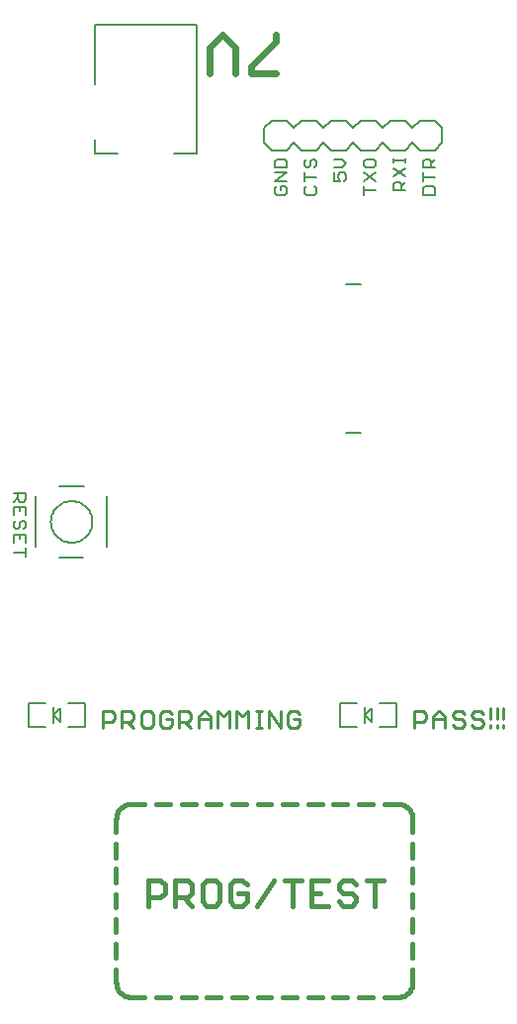
<source format=gto>
G75*
G70*
%OFA0B0*%
%FSLAX24Y24*%
%IPPOS*%
%LPD*%
%AMOC8*
5,1,8,0,0,1.08239X$1,22.5*
%
%ADD10C,0.0230*%
%ADD11C,0.0080*%
%ADD12C,0.0110*%
%ADD13C,0.0150*%
%ADD14C,0.0160*%
D10*
X007316Y032274D02*
X007316Y033121D01*
X007740Y033545D01*
X008164Y033121D01*
X008164Y032274D01*
X008698Y032274D02*
X008698Y032486D01*
X009545Y033333D01*
X009545Y033545D01*
X009545Y032274D02*
X008698Y032274D01*
D11*
X009410Y030660D02*
X009160Y030410D01*
X009160Y029910D01*
X009410Y029660D01*
X009910Y029660D01*
X010160Y029910D01*
X010410Y029660D01*
X010910Y029660D01*
X011160Y029910D01*
X011410Y029660D01*
X011910Y029660D01*
X012160Y029910D01*
X012410Y029660D01*
X012910Y029660D01*
X013160Y029910D01*
X013410Y029660D01*
X013910Y029660D01*
X014160Y029910D01*
X014410Y029660D01*
X014910Y029660D01*
X015160Y029910D01*
X015160Y030410D01*
X014910Y030660D01*
X014410Y030660D01*
X014160Y030410D01*
X013910Y030660D01*
X013410Y030660D01*
X013160Y030410D01*
X012910Y030660D01*
X012410Y030660D01*
X012160Y030410D01*
X011910Y030660D01*
X011410Y030660D01*
X011160Y030410D01*
X010910Y030660D01*
X010410Y030660D01*
X010160Y030410D01*
X009910Y030660D01*
X009410Y030660D01*
X009570Y029370D02*
X009500Y029300D01*
X009500Y029090D01*
X009920Y029090D01*
X009920Y029300D01*
X009850Y029370D01*
X009570Y029370D01*
X009500Y028909D02*
X009920Y028909D01*
X009500Y028629D01*
X009920Y028629D01*
X009850Y028449D02*
X009710Y028449D01*
X009710Y028309D01*
X009850Y028449D02*
X009920Y028379D01*
X009920Y028239D01*
X009850Y028169D01*
X009570Y028169D01*
X009500Y028239D01*
X009500Y028379D01*
X009570Y028449D01*
X010500Y028379D02*
X010500Y028239D01*
X010570Y028169D01*
X010850Y028169D01*
X010920Y028239D01*
X010920Y028379D01*
X010850Y028449D01*
X010570Y028449D02*
X010500Y028379D01*
X010500Y028629D02*
X010500Y028909D01*
X010500Y028769D02*
X010920Y028769D01*
X010850Y029090D02*
X010920Y029160D01*
X010920Y029300D01*
X010850Y029370D01*
X010780Y029370D01*
X010710Y029300D01*
X010710Y029160D01*
X010640Y029090D01*
X010570Y029090D01*
X010500Y029160D01*
X010500Y029300D01*
X010570Y029370D01*
X011500Y029370D02*
X011780Y029370D01*
X011920Y029230D01*
X011780Y029090D01*
X011500Y029090D01*
X011500Y028909D02*
X011500Y028629D01*
X011710Y028629D01*
X011640Y028769D01*
X011640Y028839D01*
X011710Y028909D01*
X011850Y028909D01*
X011920Y028839D01*
X011920Y028699D01*
X011850Y028629D01*
X012500Y028629D02*
X012920Y028909D01*
X012850Y029090D02*
X012920Y029160D01*
X012920Y029300D01*
X012850Y029370D01*
X012570Y029370D01*
X012500Y029300D01*
X012500Y029160D01*
X012570Y029090D01*
X012850Y029090D01*
X012500Y028909D02*
X012920Y028629D01*
X012920Y028309D02*
X012500Y028309D01*
X012500Y028169D02*
X012500Y028449D01*
X013500Y028532D02*
X013500Y028322D01*
X013920Y028322D01*
X013780Y028322D02*
X013780Y028532D01*
X013710Y028603D01*
X013570Y028603D01*
X013500Y028532D01*
X013500Y028783D02*
X013920Y029063D01*
X013920Y029243D02*
X013920Y029383D01*
X013920Y029313D02*
X013500Y029313D01*
X013500Y029243D02*
X013500Y029383D01*
X013500Y029063D02*
X013920Y028783D01*
X013920Y028603D02*
X013780Y028462D01*
X014500Y028379D02*
X014500Y028169D01*
X014920Y028169D01*
X014920Y028379D01*
X014850Y028449D01*
X014570Y028449D01*
X014500Y028379D01*
X014500Y028629D02*
X014500Y028909D01*
X014500Y028769D02*
X014920Y028769D01*
X014920Y029090D02*
X014500Y029090D01*
X014500Y029300D01*
X014570Y029370D01*
X014710Y029370D01*
X014780Y029300D01*
X014780Y029090D01*
X014780Y029230D02*
X014920Y029370D01*
X012410Y025160D02*
X011910Y025160D01*
X011910Y020160D02*
X012410Y020160D01*
X012266Y011054D02*
X011715Y011054D01*
X011715Y010266D01*
X012266Y010266D01*
X012542Y010384D02*
X012542Y010660D01*
X012778Y010896D01*
X012778Y010424D01*
X012542Y010660D01*
X012542Y010936D01*
X013054Y011054D02*
X013605Y011054D01*
X013605Y010266D01*
X013054Y010266D01*
X003860Y016310D02*
X003860Y018010D01*
X003065Y018360D02*
X002260Y018360D01*
X001960Y017160D02*
X001962Y017212D01*
X001968Y017264D01*
X001978Y017316D01*
X001991Y017366D01*
X002008Y017416D01*
X002029Y017464D01*
X002054Y017510D01*
X002082Y017554D01*
X002113Y017596D01*
X002147Y017636D01*
X002184Y017673D01*
X002224Y017707D01*
X002266Y017738D01*
X002310Y017766D01*
X002356Y017791D01*
X002404Y017812D01*
X002454Y017829D01*
X002504Y017842D01*
X002556Y017852D01*
X002608Y017858D01*
X002660Y017860D01*
X002712Y017858D01*
X002764Y017852D01*
X002816Y017842D01*
X002866Y017829D01*
X002916Y017812D01*
X002964Y017791D01*
X003010Y017766D01*
X003054Y017738D01*
X003096Y017707D01*
X003136Y017673D01*
X003173Y017636D01*
X003207Y017596D01*
X003238Y017554D01*
X003266Y017510D01*
X003291Y017464D01*
X003312Y017416D01*
X003329Y017366D01*
X003342Y017316D01*
X003352Y017264D01*
X003358Y017212D01*
X003360Y017160D01*
X003358Y017108D01*
X003352Y017056D01*
X003342Y017004D01*
X003329Y016954D01*
X003312Y016904D01*
X003291Y016856D01*
X003266Y016810D01*
X003238Y016766D01*
X003207Y016724D01*
X003173Y016684D01*
X003136Y016647D01*
X003096Y016613D01*
X003054Y016582D01*
X003010Y016554D01*
X002964Y016529D01*
X002916Y016508D01*
X002866Y016491D01*
X002816Y016478D01*
X002764Y016468D01*
X002712Y016462D01*
X002660Y016460D01*
X002608Y016462D01*
X002556Y016468D01*
X002504Y016478D01*
X002454Y016491D01*
X002404Y016508D01*
X002356Y016529D01*
X002310Y016554D01*
X002266Y016582D01*
X002224Y016613D01*
X002184Y016647D01*
X002147Y016684D01*
X002113Y016724D01*
X002082Y016766D01*
X002054Y016810D01*
X002029Y016856D01*
X002008Y016904D01*
X001991Y016954D01*
X001978Y017004D01*
X001968Y017056D01*
X001962Y017108D01*
X001960Y017160D01*
X001460Y018010D02*
X001460Y016310D01*
X001120Y016278D02*
X001120Y015998D01*
X001120Y016138D02*
X000700Y016138D01*
X000700Y016459D02*
X000700Y016739D01*
X001120Y016739D01*
X001120Y016459D01*
X000910Y016599D02*
X000910Y016739D01*
X000840Y016919D02*
X000770Y016919D01*
X000700Y016989D01*
X000700Y017129D01*
X000770Y017199D01*
X000910Y017129D02*
X000910Y016989D01*
X000840Y016919D01*
X001050Y016919D02*
X001120Y016989D01*
X001120Y017129D01*
X001050Y017199D01*
X000980Y017199D01*
X000910Y017129D01*
X000700Y017379D02*
X000700Y017660D01*
X001120Y017660D01*
X001120Y017379D01*
X000910Y017519D02*
X000910Y017660D01*
X000910Y017840D02*
X000840Y017910D01*
X000840Y018120D01*
X000700Y018120D02*
X001120Y018120D01*
X001120Y017910D01*
X001050Y017840D01*
X000910Y017840D01*
X000840Y017980D02*
X000700Y017840D01*
X002260Y015960D02*
X003053Y015960D01*
X003105Y011054D02*
X002554Y011054D01*
X002278Y010896D02*
X002278Y010424D01*
X002042Y010660D01*
X002278Y010896D01*
X002042Y010936D02*
X002042Y010660D01*
X002042Y010384D01*
X001766Y010266D02*
X001215Y010266D01*
X001215Y011054D01*
X001766Y011054D01*
X002554Y010266D02*
X003105Y010266D01*
X003105Y011054D01*
X003448Y029546D02*
X003448Y030042D01*
X003448Y029546D02*
X004215Y029546D01*
X003448Y031892D02*
X003448Y033879D01*
X006872Y033879D01*
X006872Y029546D01*
X006105Y029546D01*
D12*
X005944Y010806D02*
X005747Y010806D01*
X005649Y010707D01*
X005649Y010313D01*
X005747Y010215D01*
X005944Y010215D01*
X006042Y010313D01*
X006042Y010510D01*
X005845Y010510D01*
X006042Y010707D02*
X005944Y010806D01*
X006293Y010806D02*
X006293Y010215D01*
X006293Y010412D02*
X006588Y010412D01*
X006687Y010510D01*
X006687Y010707D01*
X006588Y010806D01*
X006293Y010806D01*
X006490Y010412D02*
X006687Y010215D01*
X006938Y010215D02*
X006938Y010609D01*
X007135Y010806D01*
X007331Y010609D01*
X007331Y010215D01*
X007331Y010510D02*
X006938Y010510D01*
X007582Y010215D02*
X007582Y010806D01*
X007779Y010609D01*
X007976Y010806D01*
X007976Y010215D01*
X008227Y010215D02*
X008227Y010806D01*
X008424Y010609D01*
X008621Y010806D01*
X008621Y010215D01*
X008871Y010215D02*
X009068Y010215D01*
X008970Y010215D02*
X008970Y010806D01*
X009068Y010806D02*
X008871Y010806D01*
X009301Y010806D02*
X009301Y010215D01*
X009695Y010215D02*
X009301Y010806D01*
X009695Y010806D02*
X009695Y010215D01*
X009946Y010313D02*
X010044Y010215D01*
X010241Y010215D01*
X010339Y010313D01*
X010339Y010510D01*
X010142Y010510D01*
X009946Y010707D02*
X009946Y010313D01*
X009946Y010707D02*
X010044Y010806D01*
X010241Y010806D01*
X010339Y010707D01*
X014215Y010806D02*
X014215Y010215D01*
X014215Y010412D02*
X014510Y010412D01*
X014609Y010510D01*
X014609Y010707D01*
X014510Y010806D01*
X014215Y010806D01*
X014860Y010609D02*
X014860Y010215D01*
X014860Y010510D02*
X015253Y010510D01*
X015253Y010609D02*
X015253Y010215D01*
X015504Y010313D02*
X015603Y010215D01*
X015799Y010215D01*
X015898Y010313D01*
X015898Y010412D01*
X015799Y010510D01*
X015603Y010510D01*
X015504Y010609D01*
X015504Y010707D01*
X015603Y010806D01*
X015799Y010806D01*
X015898Y010707D01*
X016149Y010707D02*
X016149Y010609D01*
X016247Y010510D01*
X016444Y010510D01*
X016542Y010412D01*
X016542Y010313D01*
X016444Y010215D01*
X016247Y010215D01*
X016149Y010313D01*
X016149Y010707D02*
X016247Y010806D01*
X016444Y010806D01*
X016542Y010707D01*
X016793Y010904D02*
X016793Y010510D01*
X016793Y010313D02*
X016793Y010215D01*
X017008Y010215D02*
X017008Y010313D01*
X017008Y010510D02*
X017008Y010904D01*
X017223Y010904D02*
X017223Y010510D01*
X017223Y010313D02*
X017223Y010215D01*
X015253Y010609D02*
X015056Y010806D01*
X014860Y010609D01*
X005398Y010707D02*
X005398Y010313D01*
X005299Y010215D01*
X005103Y010215D01*
X005004Y010313D01*
X005004Y010707D01*
X005103Y010806D01*
X005299Y010806D01*
X005398Y010707D01*
X004753Y010707D02*
X004753Y010510D01*
X004655Y010412D01*
X004360Y010412D01*
X004556Y010412D02*
X004753Y010215D01*
X004360Y010215D02*
X004360Y010806D01*
X004655Y010806D01*
X004753Y010707D01*
X004109Y010707D02*
X004109Y010510D01*
X004010Y010412D01*
X003715Y010412D01*
X003715Y010215D02*
X003715Y010806D01*
X004010Y010806D01*
X004109Y010707D01*
D13*
X005235Y005086D02*
X005660Y005086D01*
X005802Y004944D01*
X005802Y004660D01*
X005660Y004519D01*
X005235Y004519D01*
X005235Y004235D02*
X005235Y005086D01*
X006156Y005086D02*
X006156Y004235D01*
X006156Y004519D02*
X006581Y004519D01*
X006723Y004660D01*
X006723Y004944D01*
X006581Y005086D01*
X006156Y005086D01*
X006439Y004519D02*
X006723Y004235D01*
X007077Y004377D02*
X007077Y004944D01*
X007218Y005086D01*
X007502Y005086D01*
X007644Y004944D01*
X007644Y004377D01*
X007502Y004235D01*
X007218Y004235D01*
X007077Y004377D01*
X007997Y004377D02*
X008139Y004235D01*
X008423Y004235D01*
X008565Y004377D01*
X008565Y004660D01*
X008281Y004660D01*
X008565Y004944D02*
X008423Y005086D01*
X008139Y005086D01*
X007997Y004944D01*
X007997Y004377D01*
X008918Y004235D02*
X009485Y005086D01*
X009839Y005086D02*
X010406Y005086D01*
X010123Y005086D02*
X010123Y004235D01*
X010760Y004235D02*
X011327Y004235D01*
X011681Y004377D02*
X011822Y004235D01*
X012106Y004235D01*
X012248Y004377D01*
X012248Y004519D01*
X012106Y004660D01*
X011822Y004660D01*
X011681Y004802D01*
X011681Y004944D01*
X011822Y005086D01*
X012106Y005086D01*
X012248Y004944D01*
X012601Y005086D02*
X013168Y005086D01*
X012885Y005086D02*
X012885Y004235D01*
X011327Y005086D02*
X010760Y005086D01*
X010760Y004235D01*
X010760Y004660D02*
X011043Y004660D01*
D14*
X004160Y002108D02*
X004160Y001660D01*
X004162Y001616D01*
X004168Y001573D01*
X004177Y001531D01*
X004190Y001489D01*
X004207Y001449D01*
X004227Y001410D01*
X004250Y001373D01*
X004277Y001339D01*
X004306Y001306D01*
X004339Y001277D01*
X004373Y001250D01*
X004410Y001227D01*
X004449Y001207D01*
X004489Y001190D01*
X004531Y001177D01*
X004573Y001168D01*
X004616Y001162D01*
X004660Y001160D01*
X005120Y001160D01*
X005514Y001160D02*
X005974Y001160D01*
X006368Y001160D02*
X006828Y001160D01*
X007222Y001160D02*
X007682Y001160D01*
X008076Y001160D02*
X008536Y001160D01*
X008930Y001160D02*
X009390Y001160D01*
X009784Y001160D02*
X010244Y001160D01*
X010638Y001160D02*
X011098Y001160D01*
X011492Y001160D02*
X011952Y001160D01*
X012346Y001160D02*
X012806Y001160D01*
X013200Y001160D02*
X013660Y001160D01*
X013704Y001162D01*
X013747Y001168D01*
X013789Y001177D01*
X013831Y001190D01*
X013871Y001207D01*
X013910Y001227D01*
X013947Y001250D01*
X013981Y001277D01*
X014014Y001306D01*
X014043Y001339D01*
X014070Y001373D01*
X014093Y001410D01*
X014113Y001449D01*
X014130Y001489D01*
X014143Y001531D01*
X014152Y001573D01*
X014158Y001616D01*
X014160Y001660D01*
X014160Y002108D01*
X014160Y002502D02*
X014160Y002950D01*
X014160Y003344D02*
X014160Y003792D01*
X014160Y004186D02*
X014160Y004634D01*
X014160Y005028D02*
X014160Y005476D01*
X014160Y005870D02*
X014160Y006318D01*
X014160Y006712D02*
X014160Y007160D01*
X014158Y007204D01*
X014152Y007247D01*
X014143Y007289D01*
X014130Y007331D01*
X014113Y007371D01*
X014093Y007410D01*
X014070Y007447D01*
X014043Y007481D01*
X014014Y007514D01*
X013981Y007543D01*
X013947Y007570D01*
X013910Y007593D01*
X013871Y007613D01*
X013831Y007630D01*
X013789Y007643D01*
X013747Y007652D01*
X013704Y007658D01*
X013660Y007660D01*
X013200Y007660D01*
X012806Y007660D02*
X012346Y007660D01*
X011952Y007660D02*
X011492Y007660D01*
X011098Y007660D02*
X010638Y007660D01*
X010244Y007660D02*
X009784Y007660D01*
X009390Y007660D02*
X008930Y007660D01*
X008536Y007660D02*
X008076Y007660D01*
X007682Y007660D02*
X007222Y007660D01*
X006828Y007660D02*
X006368Y007660D01*
X005974Y007660D02*
X005514Y007660D01*
X005120Y007660D02*
X004660Y007660D01*
X004616Y007658D01*
X004573Y007652D01*
X004531Y007643D01*
X004489Y007630D01*
X004449Y007613D01*
X004410Y007593D01*
X004373Y007570D01*
X004339Y007543D01*
X004306Y007514D01*
X004277Y007481D01*
X004250Y007447D01*
X004227Y007410D01*
X004207Y007371D01*
X004190Y007331D01*
X004177Y007289D01*
X004168Y007247D01*
X004162Y007204D01*
X004160Y007160D01*
X004160Y006712D01*
X004160Y006318D02*
X004160Y005870D01*
X004160Y005476D02*
X004160Y005028D01*
X004160Y004634D02*
X004160Y004186D01*
X004160Y003792D02*
X004160Y003344D01*
X004160Y002950D02*
X004160Y002502D01*
M02*

</source>
